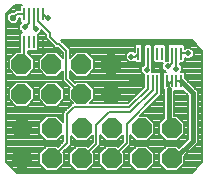
<source format=gbl>
G75*
%MOIN*%
%OFA0B0*%
%FSLAX25Y25*%
%IPPOS*%
%LPD*%
%AMOC8*
5,1,8,0,0,1.08239X$1,22.5*
%
%ADD10R,0.00787X0.04488*%
%ADD11OC8,0.06600*%
%ADD12C,0.00787*%
%ADD13C,0.01981*%
%ADD14C,0.01575*%
%ADD15C,0.02178*%
D10*
X0133402Y0128087D03*
X0134976Y0128087D03*
X0136551Y0128087D03*
X0138126Y0128087D03*
X0139701Y0128087D03*
X0139701Y0137299D03*
X0138126Y0137299D03*
X0136551Y0137299D03*
X0134976Y0137299D03*
X0133402Y0137299D03*
X0171472Y0124110D03*
X0173047Y0124110D03*
X0174622Y0124110D03*
X0176197Y0124110D03*
X0177772Y0124110D03*
X0179346Y0124110D03*
X0180921Y0124110D03*
X0182496Y0124110D03*
X0184071Y0124110D03*
X0185646Y0124110D03*
X0185646Y0114898D03*
X0184071Y0114898D03*
X0182496Y0114898D03*
X0180921Y0114898D03*
X0179346Y0114898D03*
X0177772Y0114898D03*
X0176197Y0114898D03*
X0174622Y0114898D03*
X0173047Y0114898D03*
X0171472Y0114898D03*
D11*
X0162457Y0110567D03*
X0162457Y0120567D03*
X0152457Y0120567D03*
X0152457Y0110567D03*
X0142457Y0110567D03*
X0142457Y0120567D03*
X0132457Y0120567D03*
X0132457Y0110567D03*
X0132496Y0099189D03*
X0142496Y0099189D03*
X0152496Y0099189D03*
X0162496Y0099189D03*
X0172496Y0099189D03*
X0182496Y0099189D03*
X0182496Y0089189D03*
X0172496Y0089189D03*
X0162496Y0089189D03*
X0152496Y0089189D03*
X0142496Y0089189D03*
X0132496Y0089189D03*
D12*
X0127378Y0087940D02*
X0127378Y0137288D01*
X0130460Y0140370D01*
X0132574Y0140370D01*
X0132116Y0139913D01*
X0132116Y0138585D01*
X0130474Y0138585D01*
X0129901Y0138012D01*
X0128917Y0138012D01*
X0127757Y0136851D01*
X0127757Y0135211D01*
X0128917Y0134050D01*
X0130558Y0134050D01*
X0131718Y0135211D01*
X0131718Y0136014D01*
X0132116Y0136014D01*
X0132116Y0134686D01*
X0132464Y0134338D01*
X0131795Y0133669D01*
X0131795Y0132110D01*
X0132683Y0131222D01*
X0132639Y0131222D01*
X0132116Y0130700D01*
X0132116Y0124759D01*
X0130720Y0124759D01*
X0128265Y0122303D01*
X0128265Y0118831D01*
X0130720Y0116375D01*
X0134193Y0116375D01*
X0136648Y0118831D01*
X0136648Y0122303D01*
X0134687Y0124265D01*
X0134687Y0124951D01*
X0135739Y0124951D01*
X0135764Y0124975D01*
X0135788Y0124951D01*
X0137314Y0124951D01*
X0137837Y0125473D01*
X0137837Y0130274D01*
X0138054Y0130274D01*
X0139156Y0131376D01*
X0139156Y0131983D01*
X0140659Y0130480D01*
X0140659Y0129180D01*
X0142994Y0126846D01*
X0142994Y0126846D01*
X0143747Y0126093D01*
X0144562Y0126093D01*
X0146171Y0124483D01*
X0146171Y0122780D01*
X0144193Y0124759D01*
X0140720Y0124759D01*
X0138265Y0122303D01*
X0138265Y0118831D01*
X0140720Y0116375D01*
X0144193Y0116375D01*
X0146171Y0118354D01*
X0146171Y0115034D01*
X0148584Y0112622D01*
X0148265Y0112303D01*
X0148265Y0108831D01*
X0149537Y0107559D01*
X0149442Y0107559D01*
X0148689Y0106806D01*
X0147121Y0105238D01*
X0146368Y0104485D01*
X0146368Y0101245D01*
X0144232Y0103381D01*
X0140760Y0103381D01*
X0138304Y0100925D01*
X0138304Y0097453D01*
X0140760Y0094997D01*
X0144232Y0094997D01*
X0146368Y0097133D01*
X0146368Y0094879D01*
X0144551Y0093062D01*
X0144232Y0093381D01*
X0140760Y0093381D01*
X0138304Y0090925D01*
X0138304Y0087453D01*
X0140760Y0084997D01*
X0144232Y0084997D01*
X0146688Y0087453D01*
X0146688Y0090925D01*
X0146369Y0091244D01*
X0148186Y0093061D01*
X0148939Y0093814D01*
X0148939Y0096818D01*
X0150760Y0094997D01*
X0154232Y0094997D01*
X0156171Y0096936D01*
X0156171Y0094682D01*
X0154551Y0093062D01*
X0154232Y0093381D01*
X0150760Y0093381D01*
X0148304Y0090925D01*
X0148304Y0087453D01*
X0150760Y0084997D01*
X0154232Y0084997D01*
X0156688Y0087453D01*
X0156688Y0090925D01*
X0156369Y0091244D01*
X0158742Y0093617D01*
X0158742Y0097015D01*
X0160760Y0094997D01*
X0164232Y0094997D01*
X0166250Y0097015D01*
X0166250Y0094761D01*
X0164551Y0093062D01*
X0164232Y0093381D01*
X0160760Y0093381D01*
X0158304Y0090925D01*
X0158304Y0087453D01*
X0160760Y0084997D01*
X0164232Y0084997D01*
X0166688Y0087453D01*
X0166688Y0090925D01*
X0166369Y0091244D01*
X0168068Y0092943D01*
X0168821Y0093696D01*
X0168821Y0096936D01*
X0170760Y0094997D01*
X0174232Y0094997D01*
X0176688Y0097453D01*
X0176688Y0100925D01*
X0174232Y0103381D01*
X0172128Y0103381D01*
X0179057Y0110310D01*
X0179057Y0117511D01*
X0178535Y0118033D01*
X0177009Y0118033D01*
X0176984Y0118009D01*
X0176960Y0118033D01*
X0176150Y0118033D01*
X0176150Y0119575D01*
X0175852Y0119873D01*
X0175852Y0120423D01*
X0175907Y0120478D01*
X0175907Y0126724D01*
X0175385Y0127246D01*
X0173859Y0127246D01*
X0173337Y0126724D01*
X0173337Y0121543D01*
X0173282Y0121488D01*
X0173282Y0120471D01*
X0172385Y0119575D01*
X0172385Y0118016D01*
X0173337Y0117064D01*
X0173337Y0112962D01*
X0167934Y0107559D01*
X0155376Y0107559D01*
X0156648Y0108831D01*
X0156648Y0112303D01*
X0154193Y0114759D01*
X0150720Y0114759D01*
X0150402Y0114440D01*
X0148742Y0116099D01*
X0148742Y0118354D01*
X0150720Y0116375D01*
X0154193Y0116375D01*
X0156648Y0118831D01*
X0156648Y0122303D01*
X0154193Y0124759D01*
X0150720Y0124759D01*
X0148742Y0122780D01*
X0148742Y0125548D01*
X0147989Y0126301D01*
X0145731Y0128559D01*
X0189257Y0128559D01*
X0192732Y0125083D01*
X0192732Y0087940D01*
X0189257Y0084465D01*
X0130854Y0084465D01*
X0127378Y0087940D01*
X0127378Y0088067D02*
X0138304Y0088067D01*
X0138304Y0088853D02*
X0127378Y0088853D01*
X0127378Y0089639D02*
X0138304Y0089639D01*
X0138304Y0090425D02*
X0127378Y0090425D01*
X0127378Y0091211D02*
X0138590Y0091211D01*
X0139376Y0091997D02*
X0127378Y0091997D01*
X0127378Y0092783D02*
X0140162Y0092783D01*
X0140616Y0095141D02*
X0127378Y0095141D01*
X0127378Y0095927D02*
X0139831Y0095927D01*
X0139045Y0096712D02*
X0127378Y0096712D01*
X0127378Y0097498D02*
X0138304Y0097498D01*
X0138304Y0098284D02*
X0127378Y0098284D01*
X0127378Y0099070D02*
X0138304Y0099070D01*
X0138304Y0099856D02*
X0127378Y0099856D01*
X0127378Y0100642D02*
X0138304Y0100642D01*
X0138807Y0101428D02*
X0127378Y0101428D01*
X0127378Y0102214D02*
X0139593Y0102214D01*
X0140379Y0103000D02*
X0127378Y0103000D01*
X0127378Y0103786D02*
X0146368Y0103786D01*
X0146368Y0103000D02*
X0144613Y0103000D01*
X0145399Y0102214D02*
X0146368Y0102214D01*
X0146368Y0101428D02*
X0146185Y0101428D01*
X0147654Y0103953D02*
X0147654Y0094346D01*
X0142496Y0089189D01*
X0139261Y0086496D02*
X0128823Y0086496D01*
X0128037Y0087282D02*
X0138476Y0087282D01*
X0140047Y0085710D02*
X0129609Y0085710D01*
X0130394Y0084924D02*
X0189716Y0084924D01*
X0190502Y0085710D02*
X0184945Y0085710D01*
X0184232Y0084997D02*
X0180760Y0084997D01*
X0178304Y0087453D01*
X0178304Y0090925D01*
X0180760Y0093381D01*
X0184232Y0093381D01*
X0184863Y0092750D01*
X0187904Y0095790D01*
X0187904Y0110265D01*
X0186407Y0111762D01*
X0184883Y0111762D01*
X0184858Y0111786D01*
X0184834Y0111762D01*
X0183388Y0111762D01*
X0183388Y0103381D01*
X0184232Y0103381D01*
X0186688Y0100925D01*
X0186688Y0097453D01*
X0184232Y0094997D01*
X0180760Y0094997D01*
X0178304Y0097453D01*
X0178304Y0100925D01*
X0180030Y0102650D01*
X0180030Y0111890D01*
X0179636Y0112284D01*
X0179636Y0117511D01*
X0180158Y0118033D01*
X0180517Y0118033D01*
X0179433Y0119118D01*
X0179433Y0120677D01*
X0179730Y0120974D01*
X0178583Y0120974D01*
X0178559Y0120999D01*
X0178535Y0120974D01*
X0177009Y0120974D01*
X0176486Y0121497D01*
X0176486Y0126724D01*
X0177009Y0127246D01*
X0178535Y0127246D01*
X0178559Y0127222D01*
X0178583Y0127246D01*
X0180110Y0127246D01*
X0180632Y0126724D01*
X0180632Y0121780D01*
X0181211Y0121780D01*
X0181211Y0126724D01*
X0181733Y0127246D01*
X0183259Y0127246D01*
X0183283Y0127222D01*
X0183308Y0127246D01*
X0184834Y0127246D01*
X0184858Y0127222D01*
X0184883Y0127246D01*
X0186409Y0127246D01*
X0186931Y0126724D01*
X0186931Y0125813D01*
X0187228Y0126111D01*
X0188788Y0126111D01*
X0189890Y0125008D01*
X0189890Y0123449D01*
X0188788Y0122346D01*
X0187228Y0122346D01*
X0186931Y0122643D01*
X0186931Y0121497D01*
X0186409Y0120974D01*
X0185356Y0120974D01*
X0185356Y0120487D01*
X0185953Y0119890D01*
X0185953Y0118331D01*
X0185656Y0118033D01*
X0186409Y0118033D01*
X0186931Y0117511D01*
X0186931Y0115987D01*
X0190278Y0112640D01*
X0191262Y0111656D01*
X0191262Y0094399D01*
X0186688Y0089825D01*
X0186688Y0087453D01*
X0184232Y0084997D01*
X0185731Y0086496D02*
X0191288Y0086496D01*
X0192073Y0087282D02*
X0186517Y0087282D01*
X0186688Y0088067D02*
X0192732Y0088067D01*
X0192732Y0088853D02*
X0186688Y0088853D01*
X0186688Y0089639D02*
X0192732Y0089639D01*
X0192732Y0090425D02*
X0187288Y0090425D01*
X0188074Y0091211D02*
X0192732Y0091211D01*
X0192732Y0091997D02*
X0188860Y0091997D01*
X0189646Y0092783D02*
X0192732Y0092783D01*
X0192732Y0093569D02*
X0190432Y0093569D01*
X0191218Y0094355D02*
X0192732Y0094355D01*
X0192732Y0095141D02*
X0191262Y0095141D01*
X0191262Y0095927D02*
X0192732Y0095927D01*
X0192732Y0096712D02*
X0191262Y0096712D01*
X0191262Y0097498D02*
X0192732Y0097498D01*
X0192732Y0098284D02*
X0191262Y0098284D01*
X0191262Y0099070D02*
X0192732Y0099070D01*
X0192732Y0099856D02*
X0191262Y0099856D01*
X0191262Y0100642D02*
X0192732Y0100642D01*
X0192732Y0101428D02*
X0191262Y0101428D01*
X0191262Y0102214D02*
X0192732Y0102214D01*
X0192732Y0103000D02*
X0191262Y0103000D01*
X0191262Y0103786D02*
X0192732Y0103786D01*
X0192732Y0104572D02*
X0191262Y0104572D01*
X0191262Y0105358D02*
X0192732Y0105358D01*
X0192732Y0106143D02*
X0191262Y0106143D01*
X0191262Y0106929D02*
X0192732Y0106929D01*
X0192732Y0107715D02*
X0191262Y0107715D01*
X0191262Y0108501D02*
X0192732Y0108501D01*
X0192732Y0109287D02*
X0191262Y0109287D01*
X0191262Y0110073D02*
X0192732Y0110073D01*
X0192732Y0110859D02*
X0191262Y0110859D01*
X0191262Y0111645D02*
X0192732Y0111645D01*
X0192732Y0112431D02*
X0190487Y0112431D01*
X0189701Y0113217D02*
X0192732Y0113217D01*
X0192732Y0114003D02*
X0188915Y0114003D01*
X0188129Y0114788D02*
X0192732Y0114788D01*
X0192732Y0115574D02*
X0187344Y0115574D01*
X0186931Y0116360D02*
X0192732Y0116360D01*
X0192732Y0117146D02*
X0186931Y0117146D01*
X0186510Y0117932D02*
X0192732Y0117932D01*
X0192732Y0118718D02*
X0185953Y0118718D01*
X0185953Y0119504D02*
X0192732Y0119504D01*
X0192732Y0120290D02*
X0185553Y0120290D01*
X0186510Y0121076D02*
X0192732Y0121076D01*
X0192732Y0121862D02*
X0186931Y0121862D01*
X0189089Y0122648D02*
X0192732Y0122648D01*
X0192732Y0123434D02*
X0189875Y0123434D01*
X0189890Y0124219D02*
X0192732Y0124219D01*
X0192732Y0125005D02*
X0189890Y0125005D01*
X0189107Y0125791D02*
X0192024Y0125791D01*
X0191238Y0126577D02*
X0186931Y0126577D01*
X0188008Y0124228D02*
X0185764Y0124228D01*
X0185646Y0124110D01*
X0184071Y0124110D02*
X0184071Y0119110D01*
X0182496Y0121079D02*
X0182496Y0124110D01*
X0181211Y0124219D02*
X0180632Y0124219D01*
X0180921Y0124110D02*
X0180921Y0127378D01*
X0176197Y0127378D01*
X0176197Y0124110D01*
X0176197Y0120488D01*
X0176551Y0120134D01*
X0175852Y0120290D02*
X0179433Y0120290D01*
X0179433Y0119504D02*
X0176150Y0119504D01*
X0176150Y0118718D02*
X0179833Y0118718D01*
X0180057Y0117932D02*
X0178636Y0117932D01*
X0179346Y0117929D02*
X0178953Y0118717D01*
X0179346Y0117929D02*
X0179346Y0114898D01*
X0179057Y0114788D02*
X0179636Y0114788D01*
X0179636Y0114003D02*
X0179057Y0114003D01*
X0179057Y0113217D02*
X0179636Y0113217D01*
X0179636Y0112431D02*
X0179057Y0112431D01*
X0179057Y0111645D02*
X0180030Y0111645D01*
X0180030Y0110859D02*
X0179057Y0110859D01*
X0178820Y0110073D02*
X0180030Y0110073D01*
X0180030Y0109287D02*
X0178034Y0109287D01*
X0177248Y0108501D02*
X0180030Y0108501D01*
X0180030Y0107715D02*
X0176462Y0107715D01*
X0175676Y0106929D02*
X0180030Y0106929D01*
X0180030Y0106143D02*
X0174890Y0106143D01*
X0174104Y0105358D02*
X0180030Y0105358D01*
X0180030Y0104572D02*
X0173319Y0104572D01*
X0172533Y0103786D02*
X0180030Y0103786D01*
X0180030Y0103000D02*
X0174613Y0103000D01*
X0175399Y0102214D02*
X0179593Y0102214D01*
X0178807Y0101428D02*
X0176185Y0101428D01*
X0176688Y0100642D02*
X0178304Y0100642D01*
X0178304Y0099856D02*
X0176688Y0099856D01*
X0176688Y0099070D02*
X0178304Y0099070D01*
X0178304Y0098284D02*
X0176688Y0098284D01*
X0176688Y0097498D02*
X0178304Y0097498D01*
X0179045Y0096712D02*
X0175947Y0096712D01*
X0175162Y0095927D02*
X0179831Y0095927D01*
X0180616Y0095141D02*
X0174376Y0095141D01*
X0174232Y0093381D02*
X0170760Y0093381D01*
X0168304Y0090925D01*
X0168304Y0087453D01*
X0170760Y0084997D01*
X0174232Y0084997D01*
X0176688Y0087453D01*
X0176688Y0090925D01*
X0174232Y0093381D01*
X0174830Y0092783D02*
X0180162Y0092783D01*
X0179376Y0091997D02*
X0175616Y0091997D01*
X0176402Y0091211D02*
X0178590Y0091211D01*
X0178304Y0090425D02*
X0176688Y0090425D01*
X0176688Y0089639D02*
X0178304Y0089639D01*
X0178304Y0088853D02*
X0176688Y0088853D01*
X0176688Y0088067D02*
X0178304Y0088067D01*
X0178476Y0087282D02*
X0176517Y0087282D01*
X0175731Y0086496D02*
X0179261Y0086496D01*
X0180047Y0085710D02*
X0174945Y0085710D01*
X0170047Y0085710D02*
X0164945Y0085710D01*
X0165731Y0086496D02*
X0169261Y0086496D01*
X0168476Y0087282D02*
X0166517Y0087282D01*
X0166688Y0088067D02*
X0168304Y0088067D01*
X0168304Y0088853D02*
X0166688Y0088853D01*
X0166688Y0089639D02*
X0168304Y0089639D01*
X0168304Y0090425D02*
X0166688Y0090425D01*
X0166402Y0091211D02*
X0168590Y0091211D01*
X0169376Y0091997D02*
X0167122Y0091997D01*
X0167908Y0092783D02*
X0170162Y0092783D01*
X0168694Y0093569D02*
X0185682Y0093569D01*
X0184896Y0092783D02*
X0184830Y0092783D01*
X0186468Y0094355D02*
X0168821Y0094355D01*
X0168821Y0095141D02*
X0170616Y0095141D01*
X0169831Y0095927D02*
X0168821Y0095927D01*
X0168821Y0096712D02*
X0169045Y0096712D01*
X0166250Y0096712D02*
X0165947Y0096712D01*
X0166250Y0095927D02*
X0165162Y0095927D01*
X0164376Y0095141D02*
X0166250Y0095141D01*
X0165844Y0094355D02*
X0158742Y0094355D01*
X0158742Y0095141D02*
X0160616Y0095141D01*
X0159831Y0095927D02*
X0158742Y0095927D01*
X0158742Y0096712D02*
X0159045Y0096712D01*
X0157457Y0094150D02*
X0157457Y0100370D01*
X0161630Y0104543D01*
X0168717Y0104543D01*
X0176197Y0112024D01*
X0176197Y0114898D01*
X0177772Y0114898D02*
X0177772Y0110843D01*
X0167535Y0100606D01*
X0167535Y0094228D01*
X0162496Y0089189D01*
X0159261Y0086496D02*
X0155731Y0086496D01*
X0156517Y0087282D02*
X0158476Y0087282D01*
X0158304Y0088067D02*
X0156688Y0088067D01*
X0156688Y0088853D02*
X0158304Y0088853D01*
X0158304Y0089639D02*
X0156688Y0089639D01*
X0156688Y0090425D02*
X0158304Y0090425D01*
X0158590Y0091211D02*
X0156402Y0091211D01*
X0157122Y0091997D02*
X0159376Y0091997D01*
X0160162Y0092783D02*
X0157908Y0092783D01*
X0158694Y0093569D02*
X0165058Y0093569D01*
X0157457Y0094150D02*
X0152496Y0089189D01*
X0149261Y0086496D02*
X0145731Y0086496D01*
X0146517Y0087282D02*
X0148476Y0087282D01*
X0148304Y0088067D02*
X0146688Y0088067D01*
X0146688Y0088853D02*
X0148304Y0088853D01*
X0148304Y0089639D02*
X0146688Y0089639D01*
X0146688Y0090425D02*
X0148304Y0090425D01*
X0148590Y0091211D02*
X0146402Y0091211D01*
X0147122Y0091997D02*
X0149376Y0091997D01*
X0150162Y0092783D02*
X0147908Y0092783D01*
X0148694Y0093569D02*
X0155058Y0093569D01*
X0155844Y0094355D02*
X0148939Y0094355D01*
X0148939Y0095141D02*
X0150616Y0095141D01*
X0149831Y0095927D02*
X0148939Y0095927D01*
X0148939Y0096712D02*
X0149045Y0096712D01*
X0146368Y0096712D02*
X0145947Y0096712D01*
X0146368Y0095927D02*
X0145162Y0095927D01*
X0144376Y0095141D02*
X0146368Y0095141D01*
X0145844Y0094355D02*
X0127378Y0094355D01*
X0127378Y0093569D02*
X0145058Y0093569D01*
X0144945Y0085710D02*
X0150047Y0085710D01*
X0154945Y0085710D02*
X0160047Y0085710D01*
X0156171Y0095141D02*
X0154376Y0095141D01*
X0155162Y0095927D02*
X0156171Y0095927D01*
X0156171Y0096712D02*
X0155947Y0096712D01*
X0147654Y0103953D02*
X0149974Y0106273D01*
X0168466Y0106273D01*
X0174622Y0112429D01*
X0174622Y0114898D01*
X0173337Y0114788D02*
X0150053Y0114788D01*
X0149267Y0115574D02*
X0173337Y0115574D01*
X0173047Y0114898D02*
X0171472Y0114898D01*
X0173337Y0114003D02*
X0154949Y0114003D01*
X0155735Y0113217D02*
X0173337Y0113217D01*
X0172806Y0112431D02*
X0156521Y0112431D01*
X0156648Y0111645D02*
X0172020Y0111645D01*
X0171234Y0110859D02*
X0156648Y0110859D01*
X0156648Y0110073D02*
X0170448Y0110073D01*
X0169662Y0109287D02*
X0156648Y0109287D01*
X0156319Y0108501D02*
X0168876Y0108501D01*
X0168090Y0107715D02*
X0155533Y0107715D01*
X0152457Y0110567D02*
X0147457Y0115567D01*
X0147457Y0125016D01*
X0145094Y0127378D01*
X0144279Y0127378D01*
X0141945Y0129712D01*
X0141945Y0131012D01*
X0138126Y0134831D01*
X0138126Y0137299D01*
X0139701Y0137299D02*
X0140961Y0136039D01*
X0141348Y0136039D01*
X0136551Y0137299D02*
X0136551Y0132879D01*
X0137274Y0132156D01*
X0138287Y0130507D02*
X0140632Y0130507D01*
X0140659Y0129721D02*
X0137837Y0129721D01*
X0137837Y0128935D02*
X0140904Y0128935D01*
X0141690Y0128149D02*
X0137837Y0128149D01*
X0137837Y0127363D02*
X0142476Y0127363D01*
X0143262Y0126577D02*
X0137837Y0126577D01*
X0137837Y0125791D02*
X0144863Y0125791D01*
X0145649Y0125005D02*
X0137369Y0125005D01*
X0135518Y0123434D02*
X0139395Y0123434D01*
X0140181Y0124219D02*
X0134732Y0124219D01*
X0136304Y0122648D02*
X0138609Y0122648D01*
X0138265Y0121862D02*
X0136648Y0121862D01*
X0136648Y0121076D02*
X0138265Y0121076D01*
X0138265Y0120290D02*
X0136648Y0120290D01*
X0136648Y0119504D02*
X0138265Y0119504D01*
X0138378Y0118718D02*
X0136536Y0118718D01*
X0135750Y0117932D02*
X0139164Y0117932D01*
X0139949Y0117146D02*
X0134964Y0117146D01*
X0134193Y0114759D02*
X0130720Y0114759D01*
X0128265Y0112303D01*
X0128265Y0108831D01*
X0130720Y0106375D01*
X0134193Y0106375D01*
X0136648Y0108831D01*
X0136648Y0112303D01*
X0134193Y0114759D01*
X0134949Y0114003D02*
X0139964Y0114003D01*
X0140720Y0114759D02*
X0138265Y0112303D01*
X0138265Y0108831D01*
X0140720Y0106375D01*
X0144193Y0106375D01*
X0146648Y0108831D01*
X0146648Y0112303D01*
X0144193Y0114759D01*
X0140720Y0114759D01*
X0139178Y0113217D02*
X0135735Y0113217D01*
X0136521Y0112431D02*
X0138393Y0112431D01*
X0138265Y0111645D02*
X0136648Y0111645D01*
X0136648Y0110859D02*
X0138265Y0110859D01*
X0138265Y0110073D02*
X0136648Y0110073D01*
X0136648Y0109287D02*
X0138265Y0109287D01*
X0138595Y0108501D02*
X0136319Y0108501D01*
X0135533Y0107715D02*
X0139380Y0107715D01*
X0140166Y0106929D02*
X0134747Y0106929D01*
X0130166Y0106929D02*
X0127378Y0106929D01*
X0127378Y0106143D02*
X0148026Y0106143D01*
X0147240Y0105358D02*
X0127378Y0105358D01*
X0127378Y0104572D02*
X0146455Y0104572D01*
X0144747Y0106929D02*
X0148812Y0106929D01*
X0149380Y0107715D02*
X0145533Y0107715D01*
X0146319Y0108501D02*
X0148595Y0108501D01*
X0148265Y0109287D02*
X0146648Y0109287D01*
X0146648Y0110073D02*
X0148265Y0110073D01*
X0148265Y0110859D02*
X0146648Y0110859D01*
X0146648Y0111645D02*
X0148265Y0111645D01*
X0148393Y0112431D02*
X0146521Y0112431D01*
X0145735Y0113217D02*
X0147989Y0113217D01*
X0147203Y0114003D02*
X0144949Y0114003D01*
X0146417Y0114788D02*
X0127378Y0114788D01*
X0127378Y0114003D02*
X0129964Y0114003D01*
X0129178Y0113217D02*
X0127378Y0113217D01*
X0127378Y0112431D02*
X0128393Y0112431D01*
X0128265Y0111645D02*
X0127378Y0111645D01*
X0127378Y0110859D02*
X0128265Y0110859D01*
X0128265Y0110073D02*
X0127378Y0110073D01*
X0127378Y0109287D02*
X0128265Y0109287D01*
X0128595Y0108501D02*
X0127378Y0108501D01*
X0127378Y0107715D02*
X0129380Y0107715D01*
X0127378Y0115574D02*
X0146171Y0115574D01*
X0146171Y0116360D02*
X0127378Y0116360D01*
X0127378Y0117146D02*
X0129949Y0117146D01*
X0129164Y0117932D02*
X0127378Y0117932D01*
X0127378Y0118718D02*
X0128378Y0118718D01*
X0128265Y0119504D02*
X0127378Y0119504D01*
X0127378Y0120290D02*
X0128265Y0120290D01*
X0128265Y0121076D02*
X0127378Y0121076D01*
X0127378Y0121862D02*
X0128265Y0121862D01*
X0128609Y0122648D02*
X0127378Y0122648D01*
X0127378Y0123434D02*
X0129395Y0123434D01*
X0130181Y0124219D02*
X0127378Y0124219D01*
X0127378Y0125005D02*
X0132116Y0125005D01*
X0132116Y0125791D02*
X0127378Y0125791D01*
X0127378Y0126577D02*
X0132116Y0126577D01*
X0132116Y0127363D02*
X0127378Y0127363D01*
X0127378Y0128149D02*
X0132116Y0128149D01*
X0132116Y0128935D02*
X0127378Y0128935D01*
X0127378Y0129721D02*
X0132116Y0129721D01*
X0132116Y0130507D02*
X0127378Y0130507D01*
X0127378Y0131293D02*
X0132612Y0131293D01*
X0131826Y0132079D02*
X0127378Y0132079D01*
X0127378Y0132864D02*
X0131795Y0132864D01*
X0131795Y0133650D02*
X0127378Y0133650D01*
X0127378Y0134436D02*
X0128531Y0134436D01*
X0127757Y0135222D02*
X0127378Y0135222D01*
X0127378Y0136008D02*
X0127757Y0136008D01*
X0127757Y0136794D02*
X0127378Y0136794D01*
X0127670Y0137580D02*
X0128486Y0137580D01*
X0128456Y0138366D02*
X0130255Y0138366D01*
X0129242Y0139152D02*
X0132116Y0139152D01*
X0132141Y0139938D02*
X0130028Y0139938D01*
X0131006Y0137299D02*
X0129738Y0136031D01*
X0131006Y0137299D02*
X0133402Y0137299D01*
X0134976Y0137299D02*
X0134976Y0134189D01*
X0133677Y0132890D01*
X0132366Y0134436D02*
X0130944Y0134436D01*
X0131718Y0135222D02*
X0132116Y0135222D01*
X0132116Y0136008D02*
X0131718Y0136008D01*
X0139073Y0131293D02*
X0139846Y0131293D01*
X0146141Y0128149D02*
X0189667Y0128149D01*
X0190453Y0127363D02*
X0146927Y0127363D01*
X0147713Y0126577D02*
X0170187Y0126577D01*
X0170187Y0126724D02*
X0170709Y0127246D01*
X0172235Y0127246D01*
X0172758Y0126724D01*
X0172758Y0121497D01*
X0172235Y0120974D01*
X0170709Y0120974D01*
X0170204Y0121479D01*
X0169890Y0121165D01*
X0168331Y0121165D01*
X0167228Y0122268D01*
X0167228Y0123827D01*
X0168331Y0124929D01*
X0169890Y0124929D01*
X0170182Y0124637D01*
X0170187Y0124643D01*
X0170187Y0126724D01*
X0170187Y0125791D02*
X0148499Y0125791D01*
X0148742Y0125005D02*
X0170187Y0125005D01*
X0171472Y0124110D02*
X0170409Y0123047D01*
X0169110Y0123047D01*
X0167634Y0121862D02*
X0156648Y0121862D01*
X0156648Y0121076D02*
X0170608Y0121076D01*
X0171866Y0119898D02*
X0173047Y0121079D01*
X0173047Y0124110D01*
X0172758Y0124219D02*
X0173337Y0124219D01*
X0173337Y0123434D02*
X0172758Y0123434D01*
X0172758Y0122648D02*
X0173337Y0122648D01*
X0173337Y0121862D02*
X0172758Y0121862D01*
X0172337Y0121076D02*
X0173282Y0121076D01*
X0173100Y0120290D02*
X0156648Y0120290D01*
X0156648Y0119504D02*
X0172385Y0119504D01*
X0172385Y0118718D02*
X0156536Y0118718D01*
X0155750Y0117932D02*
X0172469Y0117932D01*
X0173255Y0117146D02*
X0154964Y0117146D01*
X0149949Y0117146D02*
X0148742Y0117146D01*
X0148742Y0116360D02*
X0173337Y0116360D01*
X0174268Y0118795D02*
X0174567Y0119094D01*
X0174567Y0120956D01*
X0174622Y0121011D01*
X0174622Y0124110D01*
X0175907Y0124219D02*
X0176486Y0124219D01*
X0176486Y0123434D02*
X0175907Y0123434D01*
X0175907Y0122648D02*
X0176486Y0122648D01*
X0176486Y0121862D02*
X0175907Y0121862D01*
X0175907Y0121076D02*
X0176907Y0121076D01*
X0180632Y0121862D02*
X0181211Y0121862D01*
X0181211Y0122648D02*
X0180632Y0122648D01*
X0180632Y0123434D02*
X0181211Y0123434D01*
X0181211Y0125005D02*
X0180632Y0125005D01*
X0180632Y0125791D02*
X0181211Y0125791D01*
X0181211Y0126577D02*
X0180632Y0126577D01*
X0176486Y0126577D02*
X0175907Y0126577D01*
X0175907Y0125791D02*
X0176486Y0125791D01*
X0176486Y0125005D02*
X0175907Y0125005D01*
X0173337Y0125005D02*
X0172758Y0125005D01*
X0172758Y0125791D02*
X0173337Y0125791D01*
X0173337Y0126577D02*
X0172758Y0126577D01*
X0167621Y0124219D02*
X0154732Y0124219D01*
X0155518Y0123434D02*
X0167228Y0123434D01*
X0167228Y0122648D02*
X0156304Y0122648D01*
X0150181Y0124219D02*
X0148742Y0124219D01*
X0148742Y0123434D02*
X0149395Y0123434D01*
X0146171Y0123434D02*
X0145518Y0123434D01*
X0146171Y0124219D02*
X0144732Y0124219D01*
X0145750Y0117932D02*
X0146171Y0117932D01*
X0146171Y0117146D02*
X0144964Y0117146D01*
X0148742Y0117932D02*
X0149164Y0117932D01*
X0133402Y0121512D02*
X0132457Y0120567D01*
X0133402Y0121512D02*
X0133402Y0128087D01*
X0179057Y0117146D02*
X0179636Y0117146D01*
X0179636Y0116360D02*
X0179057Y0116360D01*
X0179057Y0115574D02*
X0179636Y0115574D01*
X0180921Y0114898D02*
X0181709Y0114110D01*
X0181709Y0112417D01*
X0181709Y0114110D02*
X0182496Y0114898D01*
X0184071Y0114898D02*
X0185646Y0114898D01*
X0186524Y0111645D02*
X0183388Y0111645D01*
X0183388Y0110859D02*
X0187310Y0110859D01*
X0187904Y0110073D02*
X0183388Y0110073D01*
X0183388Y0109287D02*
X0187904Y0109287D01*
X0187904Y0108501D02*
X0183388Y0108501D01*
X0183388Y0107715D02*
X0187904Y0107715D01*
X0187904Y0106929D02*
X0183388Y0106929D01*
X0183388Y0106143D02*
X0187904Y0106143D01*
X0187904Y0105358D02*
X0183388Y0105358D01*
X0183388Y0104572D02*
X0187904Y0104572D01*
X0187904Y0103786D02*
X0183388Y0103786D01*
X0184613Y0103000D02*
X0187904Y0103000D01*
X0187904Y0102214D02*
X0185399Y0102214D01*
X0186185Y0101428D02*
X0187904Y0101428D01*
X0187904Y0100642D02*
X0186688Y0100642D01*
X0186688Y0099856D02*
X0187904Y0099856D01*
X0187904Y0099070D02*
X0186688Y0099070D01*
X0186688Y0098284D02*
X0187904Y0098284D01*
X0187904Y0097498D02*
X0186688Y0097498D01*
X0185947Y0096712D02*
X0187904Y0096712D01*
X0187904Y0095927D02*
X0185162Y0095927D01*
X0184376Y0095141D02*
X0187254Y0095141D01*
X0182496Y0099189D02*
X0182496Y0101157D01*
X0181315Y0119898D02*
X0182496Y0121079D01*
D13*
X0181315Y0119898D03*
X0178953Y0118717D03*
X0176551Y0120134D03*
X0174268Y0118795D03*
X0171866Y0119898D03*
X0169110Y0123047D03*
X0169110Y0114780D03*
X0184071Y0119110D03*
X0188008Y0124228D03*
X0141348Y0136039D03*
X0137274Y0132156D03*
X0133677Y0132890D03*
D14*
X0169110Y0114780D02*
X0169228Y0114898D01*
X0171472Y0114898D01*
X0181709Y0112417D02*
X0181709Y0099976D01*
X0181711Y0099922D01*
X0181716Y0099869D01*
X0181725Y0099816D01*
X0181738Y0099764D01*
X0181754Y0099712D01*
X0181774Y0099662D01*
X0181797Y0099614D01*
X0181824Y0099567D01*
X0181853Y0099522D01*
X0181886Y0099479D01*
X0181921Y0099439D01*
X0181959Y0099401D01*
X0181999Y0099366D01*
X0182042Y0099333D01*
X0182087Y0099304D01*
X0182134Y0099277D01*
X0182182Y0099254D01*
X0182232Y0099234D01*
X0182284Y0099218D01*
X0182336Y0099205D01*
X0182389Y0099196D01*
X0182442Y0099191D01*
X0182496Y0099189D01*
X0189583Y0095094D02*
X0183677Y0089189D01*
X0182496Y0089189D01*
X0189583Y0095094D02*
X0189583Y0110961D01*
X0185646Y0114898D01*
D15*
X0129738Y0136031D03*
M02*

</source>
